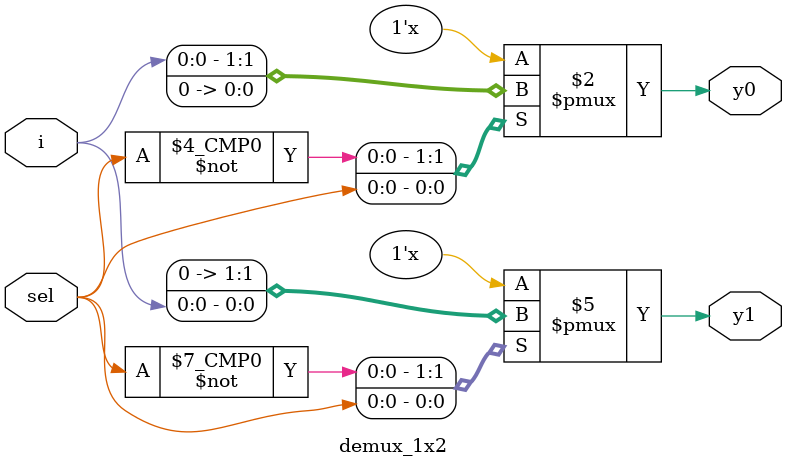
<source format=v>
`timescale 1ns / 1ps


module demux_1x2(
	input i,sel,
	//for asssign use-> output y0,y1;
	output reg y0,y1
);


//assign {y0,y1} = sel?{1'b0,i} : {i,1'b0};


//using if statement

//always @(*)
//begin
//    y0 = 0;  // default assignment
//    y1 = 0;  // default assignment

//    if (sel == 1'b0)
//        y0 = i;
//    else
//        y1 = i;
//end

//using case statements

always @(*)
begin
	y0=0;y1=0;
	case(sel)
		1'b0 : y0 = i;
		1'b1: y1 = i;
		default: y0=i;
	endcase
end

endmodule

</source>
